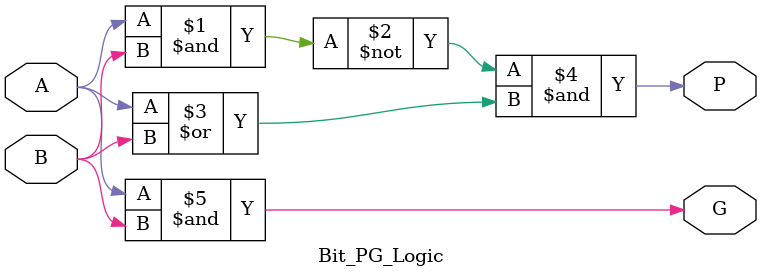
<source format=v>


module Bit_PG_Logic (
	input wire	A,
	input wire	B,

	output wire	P,
	output wire	G
);

//assign P = A ^ B;
assign P = ((~(A&B)) & (A|B));
assign G = A & B;

endmodule

</source>
